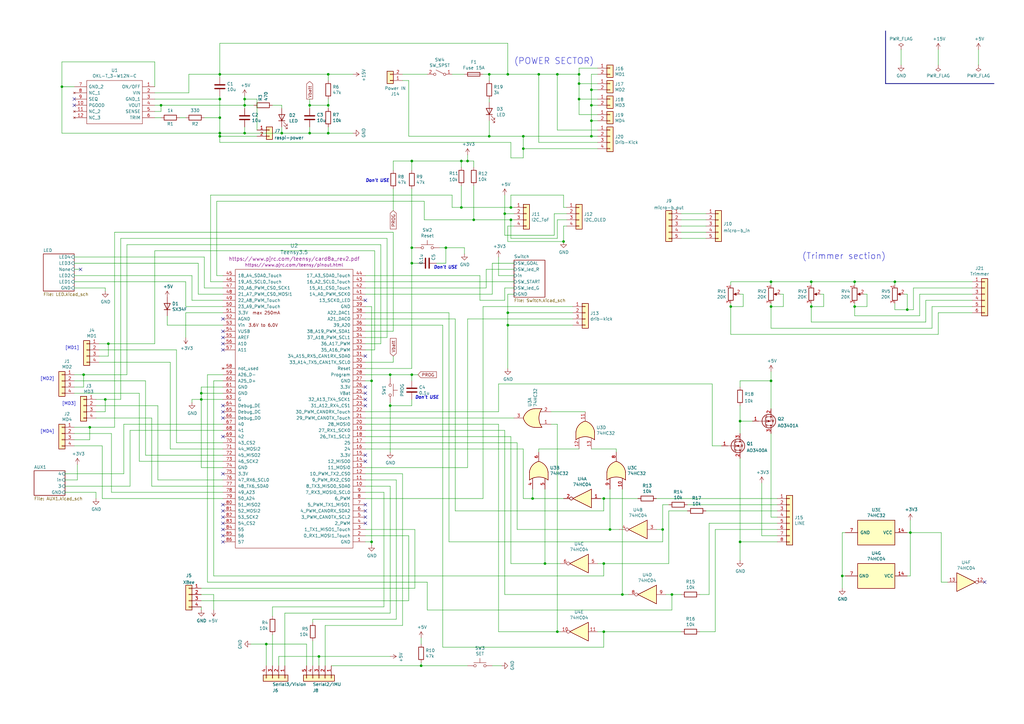
<source format=kicad_sch>
(kicad_sch (version 20211123) (generator eeschema)
  (paper "A3")
  (title_block (title "main board") (date "2022-01-02") (rev "V2.1") (company "Saeki.A"))
  (junction (at 90.17 40.64))
  (junction (at 332.74 125.73))
  (junction (at 43.18 163.83))
  (junction (at 228.6 259.08))
  (junction (at 271.78 217.17))
  (junction (at 372.11 127))
  (junction (at 209.55 90.17))
  (junction (at 90.17 55.88))
  (junction (at 214.63 60.96))
  (junction (at 250.19 217.17))
  (junction (at 209.55 85.09))
  (junction (at 242.57 36.83))
  (junction (at 172.72 273.05))
  (junction (at 168.91 107.95))
  (junction (at 82.55 161.29))
  (junction (at 82.55 163.83))
  (junction (at 242.57 49.53))
  (junction (at 168.91 66.04))
  (junction (at 66.04 43.18))
  (junction (at 275.59 243.84))
  (junction (at 247.65 259.08))
  (junction (at 247.65 231.14))
  (junction (at 134.62 54.61))
  (junction (at 299.72 125.73))
  (junction (at 100.33 40.64))
  (junction (at 134.62 43.18))
  (junction (at 134.62 30.48))
  (junction (at 152.4 222.25))
  (junction (at 208.28 30.48))
  (junction (at 191.77 66.04))
  (junction (at 303.53 222.25))
  (junction (at 228.6 30.48))
  (junction (at 208.28 133.35))
  (junction (at 332.74 115.57))
  (junction (at 214.63 55.88))
  (junction (at 207.01 87.63))
  (junction (at 115.57 54.61))
  (junction (at 208.28 128.27))
  (junction (at 100.33 54.61))
  (junction (at 255.27 243.84))
  (junction (at 218.44 204.47))
  (junction (at 345.44 236.22))
  (junction (at 373.38 218.44))
  (junction (at 303.53 172.72))
  (junction (at 220.98 30.48))
  (junction (at 316.23 115.57))
  (junction (at 130.81 269.24))
  (junction (at 247.65 204.47))
  (junction (at 231.14 99.06))
  (junction (at 168.91 153.67))
  (junction (at 223.52 231.14))
  (junction (at 242.57 43.18))
  (junction (at 316.23 156.21))
  (junction (at 160.02 153.67))
  (junction (at 34.29 153.67))
  (junction (at 237.49 34.29))
  (junction (at 109.22 264.16))
  (junction (at 44.45 140.97))
  (junction (at 168.91 101.6))
  (junction (at 100.33 43.18))
  (junction (at 367.03 115.57))
  (junction (at 189.23 66.04))
  (junction (at 90.17 30.48))
  (junction (at 350.52 115.57))
  (junction (at 189.23 85.09))
  (junction (at 194.31 90.17))
  (junction (at 152.4 156.21))
  (junction (at 237.49 40.64))
  (junction (at 242.57 55.88))
  (junction (at 127 54.61))
  (junction (at 160.02 166.37))
  (junction (at 90.17 54.61))
  (junction (at 316.23 125.73))
  (junction (at 200.66 55.88))
  (junction (at 237.49 30.48))
  (junction (at 25.4 35.56))
  (junction (at 350.52 125.73))
  (junction (at 200.66 30.48))
  (junction (at 90.17 48.26))
  (junction (at 36.83 175.26))
  (junction (at 182.88 101.6))
  (junction (at 127 43.18))
  (no_connect (at 30.48 40.64))
  (no_connect (at 149.86 158.75))
  (no_connect (at 91.44 212.09))
  (no_connect (at 91.44 166.37))
  (no_connect (at 91.44 140.97))
  (no_connect (at 91.44 209.55))
  (no_connect (at 403.86 238.76))
  (no_connect (at 149.86 207.01))
  (no_connect (at 149.86 163.83))
  (no_connect (at 91.44 171.45))
  (no_connect (at 91.44 214.63))
  (no_connect (at 149.86 123.19))
  (no_connect (at 91.44 222.25))
  (no_connect (at 149.86 166.37))
  (no_connect (at 91.44 207.01))
  (no_connect (at 91.44 138.43))
  (no_connect (at 91.44 130.81))
  (no_connect (at 149.86 161.29))
  (no_connect (at 149.86 146.05))
  (no_connect (at 33.02 110.49))
  (no_connect (at 149.86 186.69))
  (no_connect (at 91.44 217.17))
  (no_connect (at 149.86 189.23))
  (no_connect (at 91.44 168.91))
  (no_connect (at 91.44 135.89))
  (no_connect (at 149.86 212.09))
  (no_connect (at 149.86 214.63))
  (no_connect (at 91.44 179.07))
  (no_connect (at 91.44 194.31))
  (no_connect (at 91.44 143.51))
  (no_connect (at 91.44 219.71))
  (no_connect (at 30.48 43.18))
  (no_connect (at 149.86 209.55))
  (wire (pts (xy 254 217.17) (xy 250.19 217.17)))
  (wire (pts (xy 189.23 68.58) (xy 189.23 66.04)))
  (wire (pts (xy 25.4 35.56) (xy 25.4 54.61)))
  (wire (pts (xy 209.55 97.79) (xy 228.6 97.79)))
  (wire (pts (xy 149.86 115.57) (xy 210.82 115.57)))
  (wire (pts (xy 88.9 113.03) (xy 91.44 113.03)))
  (wire (pts (xy 30.48 115.57) (xy 76.2 115.57)))
  (wire (pts (xy 312.42 198.12) (xy 312.42 219.71)))
  (wire (pts (xy 398.78 118.11) (xy 374.65 118.11)))
  (wire (pts (xy 63.5 48.26) (xy 66.04 48.26)))
  (wire (pts (xy 43.18 163.83) (xy 49.53 163.83)))
  (wire (pts (xy 228.6 259.08) (xy 229.87 259.08)))
  (wire (pts (xy 105.41 40.64) (xy 100.33 40.64)))
  (wire (pts (xy 242.57 184.15) (xy 252.73 184.15)))
  (wire (pts (xy 242.57 43.18) (xy 242.57 49.53)))
  (wire (pts (xy 172.72 271.78) (xy 172.72 273.05)))
  (wire (pts (xy 185.42 80.01) (xy 185.42 85.09)))
  (wire (pts (xy 355.6 120.65) (xy 355.6 125.73)))
  (wire (pts (xy 274.32 209.55) (xy 281.94 209.55)))
  (wire (pts (xy 81.28 107.95) (xy 81.28 120.65)))
  (wire (pts (xy 227.33 87.63) (xy 232.41 87.63)))
  (wire (pts (xy 161.29 95.25) (xy 161.29 135.89)))
  (wire (pts (xy 189.23 66.04) (xy 191.77 66.04)))
  (wire (pts (xy 82.55 163.83) (xy 78.74 163.83)))
  (wire (pts (xy 220.98 184.15) (xy 220.98 185.42)))
  (wire (pts (xy 165.1 33.02) (xy 167.64 33.02)))
  (wire (pts (xy 274.32 209.55) (xy 274.32 231.14)))
  (wire (pts (xy 207.01 118.11) (xy 210.82 118.11)))
  (wire (pts (xy 109.22 273.05) (xy 109.22 264.16)))
  (wire (pts (xy 134.62 30.48) (xy 144.78 30.48)))
  (wire (pts (xy 209.55 231.14) (xy 223.52 231.14)))
  (wire (pts (xy 149.86 181.61) (xy 212.09 181.61)))
  (wire (pts (xy 170.18 217.17) (xy 170.18 241.3)))
  (wire (pts (xy 40.64 140.97) (xy 44.45 140.97)))
  (wire (pts (xy 372.11 218.44) (xy 373.38 218.44)))
  (wire (pts (xy 53.34 176.53) (xy 53.34 199.39)))
  (wire (pts (xy 149.86 179.07) (xy 209.55 179.07)))
  (wire (pts (xy 321.31 120.65) (xy 321.31 125.73)))
  (wire (pts (xy 57.15 189.23) (xy 91.44 189.23)))
  (wire (pts (xy 200.66 55.88) (xy 214.63 55.88)))
  (wire (pts (xy 208.28 128.27) (xy 234.95 128.27)))
  (wire (pts (xy 78.74 163.83) (xy 78.74 165.1)))
  (wire (pts (xy 87.63 243.84) (xy 87.63 250.19)))
  (wire (pts (xy 160.02 251.46) (xy 160.02 199.39)))
  (wire (pts (xy 292.1 182.88) (xy 292.1 157.48)))
  (wire (pts (xy 196.85 113.03) (xy 196.85 123.19)))
  (wire (pts (xy 43.18 163.83) (xy 43.18 168.91)))
  (wire (pts (xy 198.12 204.47) (xy 198.12 125.73)))
  (wire (pts (xy 30.48 156.21) (xy 59.69 156.21)))
  (wire (pts (xy 172.72 273.05) (xy 191.77 273.05)))
  (wire (pts (xy 182.88 107.95) (xy 182.88 101.6)))
  (wire (pts (xy 207.01 123.19) (xy 207.01 118.11)))
  (wire (pts (xy 377.19 120.65) (xy 377.19 129.54)))
  (wire (pts (xy 149.86 168.91) (xy 204.47 168.91)))
  (wire (pts (xy 168.91 166.37) (xy 160.02 166.37)))
  (wire (pts (xy 212.09 181.61) (xy 212.09 217.17)))
  (wire (pts (xy 165.1 256.54) (xy 165.1 194.31)))
  (wire (pts (xy 160.02 153.67) (xy 168.91 153.67)))
  (wire (pts (xy 184.15 222.25) (xy 271.78 222.25)))
  (wire (pts (xy 346.71 236.22) (xy 345.44 236.22)))
  (wire (pts (xy 382.27 125.73) (xy 382.27 134.62)))
  (wire (pts (xy 86.36 115.57) (xy 91.44 115.57)))
  (wire (pts (xy 304.8 125.73) (xy 299.72 125.73)))
  (wire (pts (xy 82.55 191.77) (xy 91.44 191.77)))
  (wire (pts (xy 207.01 96.52) (xy 227.33 96.52)))
  (wire (pts (xy 350.52 129.54) (xy 350.52 125.73)))
  (wire (pts (xy 91.44 128.27) (xy 76.2 128.27)))
  (wire (pts (xy 237.49 34.29) (xy 237.49 40.64)))
  (wire (pts (xy 228.6 30.48) (xy 237.49 30.48)))
  (wire (pts (xy 168.91 153.67) (xy 168.91 156.21)))
  (wire (pts (xy 49.53 97.79) (xy 158.75 97.79)))
  (wire (pts (xy 26.67 196.85) (xy 31.75 196.85)))
  (wire (pts (xy 152.4 156.21) (xy 152.4 125.73)))
  (wire (pts (xy 220.98 30.48) (xy 228.6 30.48)))
  (wire (pts (xy 200.66 40.64) (xy 200.66 41.91)))
  (wire (pts (xy 149.86 118.11) (xy 199.39 118.11)))
  (wire (pts (xy 30.48 107.95) (xy 81.28 107.95)))
  (wire (pts (xy 345.44 236.22) (xy 345.44 241.3)))
  (wire (pts (xy 204.47 113.03) (xy 204.47 105.41)))
  (wire (pts (xy 182.88 101.6) (xy 190.5 101.6)))
  (wire (pts (xy 386.08 238.76) (xy 388.62 238.76)))
  (wire (pts (xy 250.19 200.66) (xy 250.19 217.17)))
  (wire (pts (xy 204.47 157.48) (xy 292.1 157.48)))
  (wire (pts (xy 167.64 33.02) (xy 167.64 55.88)))
  (wire (pts (xy 210.82 120.65) (xy 208.28 120.65)))
  (wire (pts (xy 242.57 55.88) (xy 245.11 55.88)))
  (wire (pts (xy 134.62 52.07) (xy 134.62 54.61)))
  (wire (pts (xy 90.17 48.26) (xy 90.17 54.61)))
  (wire (pts (xy 208.28 128.27) (xy 208.28 133.35)))
  (wire (pts (xy 134.62 30.48) (xy 134.62 33.02)))
  (wire (pts (xy 189.23 85.09) (xy 209.55 85.09)))
  (wire (pts (xy 90.17 54.61) (xy 100.33 54.61)))
  (wire (pts (xy 279.4 95.25) (xy 289.56 95.25)))
  (wire (pts (xy 214.63 184.15) (xy 214.63 204.47)))
  (wire (pts (xy 186.69 209.55) (xy 247.65 209.55)))
  (wire (pts (xy 242.57 49.53) (xy 245.11 49.53)))
  (wire (pts (xy 200.66 30.48) (xy 208.28 30.48)))
  (wire (pts (xy 40.64 146.05) (xy 44.45 146.05)))
  (wire (pts (xy 68.58 129.54) (xy 68.58 133.35)))
  (wire (pts (xy 63.5 102.87) (xy 63.5 140.97)))
  (wire (pts (xy 30.48 113.03) (xy 78.74 113.03)))
  (wire (pts (xy 191.77 63.5) (xy 191.77 66.04)))
  (wire (pts (xy 116.84 273.05) (xy 116.84 251.46)))
  (wire (pts (xy 173.99 90.17) (xy 194.31 90.17)))
  (wire (pts (xy 214.63 60.96) (xy 245.11 60.96)))
  (wire (pts (xy 30.48 175.26) (xy 36.83 175.26)))
  (wire (pts (xy 247.65 265.43) (xy 247.65 259.08)))
  (wire (pts (xy 295.91 182.88) (xy 292.1 182.88)))
  (wire (pts (xy 127 44.45) (xy 127 43.18)))
  (wire (pts (xy 184.15 128.27) (xy 184.15 222.25)))
  (wire (pts (xy 30.48 180.34) (xy 36.83 180.34)))
  (wire (pts (xy 87.63 236.22) (xy 247.65 236.22)))
  (wire (pts (xy 209.55 179.07) (xy 209.55 231.14)))
  (wire (pts (xy 44.45 140.97) (xy 44.45 146.05)))
  (wire (pts (xy 134.62 54.61) (xy 144.78 54.61)))
  (wire (pts (xy 91.44 161.29) (xy 82.55 161.29)))
  (wire (pts (xy 204.47 168.91) (xy 204.47 157.48)))
  (wire (pts (xy 111.76 43.18) (xy 115.57 43.18)))
  (wire (pts (xy 30.48 158.75) (xy 34.29 158.75)))
  (wire (pts (xy 382.27 134.62) (xy 316.23 134.62)))
  (wire (pts (xy 209.55 85.09) (xy 210.82 85.09)))
  (wire (pts (xy 316.23 177.8) (xy 316.23 212.09)))
  (wire (pts (xy 72.39 143.51) (xy 72.39 181.61)))
  (wire (pts (xy 209.55 58.42) (xy 209.55 64.77)))
  (wire (pts (xy 367.03 115.57) (xy 367.03 116.84)))
  (wire (pts (xy 332.74 115.57) (xy 332.74 116.84)))
  (wire (pts (xy 68.58 133.35) (xy 91.44 133.35)))
  (wire (pts (xy 299.72 125.73) (xy 299.72 124.46)))
  (wire (pts (xy 90.17 39.37) (xy 90.17 40.64)))
  (wire (pts (xy 204.47 259.08) (xy 228.6 259.08)))
  (wire (pts (xy 90.17 55.88) (xy 90.17 58.42)))
  (wire (pts (xy 372.11 120.65) (xy 370.84 120.65)))
  (wire (pts (xy 194.31 76.2) (xy 194.31 90.17)))
  (wire (pts (xy 345.44 218.44) (xy 345.44 236.22)))
  (wire (pts (xy 73.66 48.26) (xy 76.2 48.26)))
  (wire (pts (xy 247.65 204.47) (xy 261.62 204.47)))
  (wire (pts (xy 78.74 123.19) (xy 91.44 123.19)))
  (wire (pts (xy 111.76 248.92) (xy 157.48 248.92)))
  (wire (pts (xy 105.41 53.34) (xy 105.41 40.64)))
  (wire (pts (xy 316.23 115.57) (xy 332.74 115.57)))
  (wire (pts (xy 269.24 204.47) (xy 318.77 204.47)))
  (wire (pts (xy 299.72 137.16) (xy 384.81 137.16)))
  (wire (pts (xy 275.59 250.19) (xy 275.59 243.84)))
  (wire (pts (xy 245.11 231.14) (xy 247.65 231.14)))
  (wire (pts (xy 30.48 35.56) (xy 25.4 35.56)))
  (wire (pts (xy 293.37 217.17) (xy 293.37 259.08)))
  (wire (pts (xy 168.91 101.6) (xy 168.91 107.95)))
  (wire (pts (xy 367.03 115.57) (xy 398.78 115.57)))
  (wire (pts (xy 209.55 90.17) (xy 209.55 97.79)))
  (wire (pts (xy 156.21 140.97) (xy 149.86 140.97)))
  (wire (pts (xy 245.11 30.48) (xy 242.57 30.48)))
  (wire (pts (xy 223.52 200.66) (xy 223.52 231.14)))
  (wire (pts (xy 30.48 161.29) (xy 57.15 161.29)))
  (wire (pts (xy 25.4 54.61) (xy 90.17 54.61)))
  (wire (pts (xy 255.27 200.66) (xy 255.27 243.84)))
  (wire (pts (xy 279.4 90.17) (xy 289.56 90.17)))
  (wire (pts (xy 81.28 120.65) (xy 91.44 120.65)))
  (wire (pts (xy 167.64 55.88) (xy 200.66 55.88)))
  (wire (pts (xy 201.93 273.05) (xy 205.74 273.05)))
  (wire (pts (xy 168.91 163.83) (xy 168.91 166.37)))
  (wire (pts (xy 50.8 173.99) (xy 50.8 194.31)))
  (wire (pts (xy 218.44 204.47) (xy 214.63 204.47)))
  (wire (pts (xy 175.26 238.76) (xy 175.26 250.19)))
  (wire (pts (xy 91.44 158.75) (xy 82.55 158.75)))
  (wire (pts (xy 332.74 132.08) (xy 332.74 125.73)))
  (wire (pts (xy 69.85 184.15) (xy 91.44 184.15)))
  (wire (pts (xy 52.07 100.33) (xy 156.21 100.33)))
  (wire (pts (xy 100.33 43.18) (xy 100.33 44.45)))
  (wire (pts (xy 194.31 66.04) (xy 194.31 68.58)))
  (wire (pts (xy 127 54.61) (xy 134.62 54.61)))
  (wire (pts (xy 168.91 69.85) (xy 168.91 66.04)))
  (wire (pts (xy 208.28 30.48) (xy 220.98 30.48)))
  (wire (pts (xy 318.77 214.63) (xy 290.83 214.63)))
  (wire (pts (xy 198.12 30.48) (xy 200.66 30.48)))
  (wire (pts (xy 39.37 163.83) (xy 43.18 163.83)))
  (wire (pts (xy 245.11 40.64) (xy 237.49 40.64)))
  (wire (pts (xy 41.91 204.47) (xy 91.44 204.47)))
  (wire (pts (xy 209.55 80.01) (xy 231.14 80.01)))
  (wire (pts (xy 160.02 153.67) (xy 160.02 154.94)))
  (wire (pts (xy 386.08 218.44) (xy 386.08 238.76)))
  (wire (pts (xy 181.61 133.35) (xy 181.61 265.43)))
  (wire (pts (xy 162.56 254) (xy 162.56 196.85)))
  (wire (pts (xy 88.9 82.55) (xy 88.9 113.03)))
  (wire (pts (xy 30.48 118.11) (xy 43.18 118.11)))
  (wire (pts (xy 237.49 46.99) (xy 237.49 40.64)))
  (wire (pts (xy 303.53 158.75) (xy 303.53 156.21)))
  (wire (pts (xy 90.17 30.48) (xy 134.62 30.48)))
  (wire (pts (xy 220.98 58.42) (xy 245.11 58.42)))
  (bus (pts (xy 363.22 34.29) (xy 407.67 34.29)))
  (wire (pts (xy 59.69 156.21) (xy 59.69 186.69)))
  (wire (pts (xy 86.36 80.01) (xy 185.42 80.01)))
  (wire (pts (xy 91.44 153.67) (xy 85.09 153.67)))
  (wire (pts (xy 350.52 125.73) (xy 350.52 124.46)))
  (wire (pts (xy 43.18 168.91) (xy 39.37 168.91)))
  (wire (pts (xy 384.81 20.32) (xy 384.81 26.67)))
  (wire (pts (xy 76.2 125.73) (xy 91.44 125.73)))
  (wire (pts (xy 82.55 246.38) (xy 167.64 246.38)))
  (wire (pts (xy 234.95 125.73) (xy 198.12 125.73)))
  (wire (pts (xy 231.14 85.09) (xy 232.41 85.09)))
  (wire (pts (xy 153.67 143.51) (xy 149.86 143.51)))
  (wire (pts (xy 290.83 243.84) (xy 287.02 243.84)))
  (wire (pts (xy 355.6 120.65) (xy 354.33 120.65)))
  (wire (pts (xy 318.77 212.09) (xy 316.23 212.09)))
  (wire (pts (xy 91.44 173.99) (xy 50.8 173.99)))
  (wire (pts (xy 90.17 55.88) (xy 105.41 55.88)))
  (wire (pts (xy 90.17 58.42) (xy 209.55 58.42)))
  (wire (pts (xy 134.62 43.18) (xy 134.62 44.45)))
  (wire (pts (xy 115.57 43.18) (xy 115.57 44.45)))
  (wire (pts (xy 160.02 165.1) (xy 160.02 166.37)))
  (wire (pts (xy 30.48 110.49) (xy 33.02 110.49)))
  (wire (pts (xy 207.01 243.84) (xy 255.27 243.84)))
  (wire (pts (xy 50.8 194.31) (xy 26.67 194.31)))
  (wire (pts (xy 63.5 40.64) (xy 90.17 40.64)))
  (wire (pts (xy 152.4 125.73) (xy 149.86 125.73)))
  (wire (pts (xy 39.37 166.37) (xy 64.77 166.37)))
  (wire (pts (xy 332.74 115.57) (xy 350.52 115.57)))
  (wire (pts (xy 384.81 128.27) (xy 384.81 137.16)))
  (wire (pts (xy 130.81 269.24) (xy 130.81 273.05)))
  (wire (pts (xy 168.91 66.04) (xy 189.23 66.04)))
  (wire (pts (xy 87.63 156.21) (xy 87.63 236.22)))
  (wire (pts (xy 149.86 217.17) (xy 170.18 217.17)))
  (wire (pts (xy 127 52.07) (xy 127 54.61)))
  (wire (pts (xy 91.44 156.21) (xy 87.63 156.21)))
  (wire (pts (xy 30.48 153.67) (xy 34.29 153.67)))
  (wire (pts (xy 346.71 218.44) (xy 345.44 218.44)))
  (wire (pts (xy 173.99 90.17) (xy 173.99 82.55)))
  (wire (pts (xy 379.73 132.08) (xy 332.74 132.08)))
  (wire (pts (xy 199.39 110.49) (xy 210.82 110.49)))
  (wire (pts (xy 100.33 54.61) (xy 115.57 54.61)))
  (wire (pts (xy 185.42 85.09) (xy 189.23 85.09)))
  (wire (pts (xy 237.49 34.29) (xy 245.11 34.29)))
  (wire (pts (xy 168.91 153.67) (xy 171.45 153.67)))
  (wire (pts (xy 90.17 17.78) (xy 90.17 30.48)))
  (wire (pts (xy 196.85 123.19) (xy 207.01 123.19)))
  (wire (pts (xy 49.53 163.83) (xy 49.53 97.79)))
  (wire (pts (xy 149.86 204.47) (xy 198.12 204.47)))
  (wire (pts (xy 337.82 120.65) (xy 337.82 125.73)))
  (wire (pts (xy 173.99 82.55) (xy 88.9 82.55)))
  (wire (pts (xy 30.48 182.88) (xy 41.91 182.88)))
  (wire (pts (xy 76.2 115.57) (xy 76.2 125.73)))
  (wire (pts (xy 149.86 173.99) (xy 204.47 173.99)))
  (wire (pts (xy 86.36 80.01) (xy 86.36 115.57)))
  (wire (pts (xy 149.86 120.65) (xy 201.93 120.65)))
  (wire (pts (xy 250.19 217.17) (xy 212.09 217.17)))
  (wire (pts (xy 350.52 115.57) (xy 350.52 116.84)))
  (wire (pts (xy 165.1 194.31) (xy 149.86 194.31)))
  (wire (pts (xy 247.65 231.14) (xy 274.32 231.14)))
  (wire (pts (xy 161.29 69.85) (xy 161.29 66.04)))
  (wire (pts (xy 398.78 125.73) (xy 382.27 125.73)))
  (wire (pts (xy 204.47 173.99) (xy 204.47 259.08)))
  (wire (pts (xy 210.82 92.71) (xy 208.28 92.71)))
  (wire (pts (xy 231.14 99.06) (xy 231.14 92.71)))
  (wire (pts (xy 218.44 200.66) (xy 218.44 204.47)))
  (wire (pts (xy 100.33 39.37) (xy 100.33 40.64)))
  (wire (pts (xy 52.07 153.67) (xy 52.07 100.33)))
  (wire (pts (xy 299.72 115.57) (xy 316.23 115.57)))
  (wire (pts (xy 26.67 201.93) (xy 39.37 201.93)))
  (wire (pts (xy 149.86 156.21) (xy 152.4 156.21)))
  (wire (pts (xy 398.78 128.27) (xy 384.81 128.27)))
  (wire (pts (xy 316.23 152.4) (xy 316.23 156.21)))
  (wire (pts (xy 82.55 158.75) (xy 82.55 161.29)))
  (wire (pts (xy 279.4 259.08) (xy 247.65 259.08)))
  (wire (pts (xy 209.55 90.17) (xy 210.82 90.17)))
  (wire (pts (xy 69.85 148.59) (xy 69.85 184.15)))
  (wire (pts (xy 316.23 125.73) (xy 316.23 124.46)))
  (wire (pts (xy 115.57 52.07) (xy 115.57 54.61)))
  (wire (pts (xy 77.47 30.48) (xy 90.17 30.48)))
  (wire (pts (xy 149.86 148.59) (xy 161.29 148.59)))
  (wire (pts (xy 45.72 201.93) (xy 91.44 201.93)))
  (wire (pts (xy 373.38 218.44) (xy 386.08 218.44)))
  (wire (pts (xy 269.24 217.17) (xy 271.78 217.17)))
  (wire (pts (xy 318.77 217.17) (xy 293.37 217.17)))
  (wire (pts (xy 226.06 168.91) (xy 240.03 168.91)))
  (wire (pts (xy 66.04 43.18) (xy 100.33 43.18)))
  (wire (pts (xy 271.78 217.17) (xy 271.78 207.01)))
  (wire (pts (xy 31.75 196.85) (xy 31.75 190.5)))
  (wire (pts (xy 228.6 53.34) (xy 245.11 53.34)))
  (wire (pts (xy 128.27 273.05) (xy 128.27 262.89)))
  (wire (pts (xy 63.5 45.72) (xy 66.04 45.72)))
  (wire (pts (xy 337.82 120.65) (xy 336.55 120.65)))
  (wire (pts (xy 316.23 115.57) (xy 316.23 116.84)))
  (wire (pts (xy 281.94 207.01) (xy 318.77 207.01)))
  (wire (pts (xy 168.91 107.95) (xy 168.91 151.13)))
  (wire (pts (xy 246.38 204.47) (xy 247.65 204.47)))
  (wire (pts (xy 372.11 127) (xy 367.03 127)))
  (wire (pts (xy 63.5 43.18) (xy 66.04 43.18)))
  (wire (pts (xy 167.64 219.71) (xy 149.86 219.71)))
  (wire (pts (xy 227.33 87.63) (xy 227.33 96.52)))
  (wire (pts (xy 374.65 118.11) (xy 374.65 127)))
  (wire (pts (xy 279.4 243.84) (xy 275.59 243.84)))
  (wire (pts (xy 83.82 105.41) (xy 83.82 118.11)))
  (wire (pts (xy 168.91 101.6) (xy 170.18 101.6)))
  (wire (pts (xy 293.37 259.08) (xy 287.02 259.08)))
  (wire (pts (xy 201.93 120.65) (xy 201.93 107.95)))
  (wire (pts (xy 149.86 184.15) (xy 214.63 184.15)))
  (wire (pts (xy 36.83 175.26) (xy 46.99 175.26)))
  (wire (pts (xy 158.75 138.43) (xy 149.86 138.43)))
  (wire (pts (xy 208.28 30.48) (xy 208.28 17.78)))
  (wire (pts (xy 62.23 171.45) (xy 62.23 199.39)))
  (wire (pts (xy 46.99 175.26) (xy 46.99 95.25)))
  (wire (pts (xy 149.86 133.35) (xy 181.61 133.35)))
  (wire (pts (xy 214.63 55.88) (xy 242.57 55.88)))
  (wire (pts (xy 279.4 87.63) (xy 289.56 87.63)))
  (wire (pts (xy 304.8 120.65) (xy 304.8 125.73)))
  (wire (pts (xy 207.01 80.01) (xy 207.01 87.63)))
  (wire (pts (xy 161.29 148.59) (xy 161.29 146.05)))
  (wire (pts (xy 304.8 120.65) (xy 303.53 120.65)))
  (wire (pts (xy 242.57 49.53) (xy 242.57 55.88)))
  (wire (pts (xy 316.23 156.21) (xy 316.23 167.64)))
  (wire (pts (xy 231.14 204.47) (xy 218.44 204.47)))
  (wire (pts (xy 152.4 222.25) (xy 152.4 223.52)))
  (wire (pts (xy 40.64 143.51) (xy 72.39 143.51)))
  (wire (pts (xy 398.78 123.19) (xy 379.73 123.19)))
  (wire (pts (xy 85.09 238.76) (xy 175.26 238.76)))
  (wire (pts (xy 303.53 187.96) (xy 303.53 222.25)))
  (wire (pts (xy 171.45 107.95) (xy 168.91 107.95)))
  (wire (pts (xy 149.86 128.27) (xy 184.15 128.27)))
  (wire (pts (xy 91.44 163.83) (xy 82.55 163.83)))
  (wire (pts (xy 34.29 158.75) (xy 34.29 153.67)))
  (wire (pts (xy 374.65 127) (xy 372.11 127)))
  (wire (pts (xy 158.75 97.79) (xy 158.75 138.43)))
  (wire (pts (xy 115.57 54.61) (xy 127 54.61)))
  (wire (pts (xy 398.78 120.65) (xy 377.19 120.65)))
  (wire (pts (xy 303.53 222.25) (xy 318.77 222.25)))
  (wire (pts (xy 279.4 92.71) (xy 289.56 92.71)))
  (wire (pts (xy 401.32 20.32) (xy 401.32 26.67)))
  (wire (pts (xy 208.28 99.06) (xy 231.14 99.06)))
  (wire (pts (xy 191.77 130.81) (xy 191.77 191.77)))
  (wire (pts (xy 168.91 66.04) (xy 161.29 66.04)))
  (wire (pts (xy 156.21 100.33) (xy 156.21 140.97)))
  (wire (pts (xy 82.55 250.19) (xy 82.55 248.92)))
  (wire (pts (xy 128.27 255.27) (xy 128.27 254)))
  (wire (pts (xy 30.48 177.8) (xy 45.72 177.8)))
  (wire (pts (xy 214.63 64.77) (xy 214.63 60.96)))
  (wire (pts (xy 53.34 199.39) (xy 26.67 199.39)))
  (wire (pts (xy 30.48 105.41) (xy 83.82 105.41)))
  (wire (pts (xy 76.2 128.27) (xy 76.2 138.43)))
  (wire (pts (xy 64.77 166.37) (xy 64.77 196.85)))
  (wire (pts (xy 153.67 102.87) (xy 153.67 143.51)))
  (wire (pts (xy 134.62 40.64) (xy 134.62 43.18)))
  (wire (pts (xy 229.87 231.14) (xy 223.52 231.14)))
  (wire (pts (xy 303.53 222.25) (xy 303.53 229.87)))
  (wire (pts (xy 303.53 156.21) (xy 316.23 156.21)))
  (wire (pts (xy 373.38 218.44) (xy 373.38 236.22)))
  (wire (pts (xy 82.55 163.83) (xy 82.55 191.77)))
  (wire (pts (xy 303.53 172.72) (xy 308.61 172.72)))
  (wire (pts (xy 355.6 125.73) (xy 350.52 125.73)))
  (wire (pts (xy 64.77 196.85) (xy 91.44 196.85)))
  (wire (pts (xy 208.28 120.65) (xy 208.28 128.27)))
  (wire (pts (xy 100.33 40.64) (xy 100.33 43.18)))
  (wire (pts (xy 200.66 30.48) (xy 200.66 33.02)))
  (wire (pts (xy 25.4 25.4) (xy 25.4 35.56)))
  (wire (pts (xy 255.27 243.84) (xy 257.81 243.84)))
  (wire (pts (xy 161.29 77.47) (xy 161.29 86.36)))
  (wire (pts (xy 162.56 196.85) (xy 149.86 196.85)))
  (wire (pts (xy 209.55 64.77) (xy 214.63 64.77)))
  (wire (pts (xy 220.98 58.42) (xy 220.98 30.48)))
  (wire (pts (xy 152.4 222.25) (xy 152.4 156.21)))
  (wire (pts (xy 63.5 102.87) (xy 153.67 102.87)))
  (wire (pts (xy 245.11 27.94) (xy 237.49 27.94)))
  (wire (pts (xy 208.28 92.71) (xy 208.28 99.06)))
  (wire (pts (xy 46.99 95.25) (xy 161.29 95.25)))
  (wire (pts (xy 179.07 107.95) (xy 182.88 107.95)))
  (wire (pts (xy 228.6 173.99) (xy 228.6 259.08)))
  (wire (pts (xy 39.37 201.93) (xy 39.37 204.47)))
  (wire (pts (xy 45.72 177.8) (xy 45.72 201.93)))
  (wire (pts (xy 279.4 97.79) (xy 289.56 97.79)))
  (wire (pts (xy 379.73 123.19) (xy 379.73 132.08)))
  (wire (pts (xy 100.33 52.07) (xy 100.33 54.61)))
  (wire (pts (xy 165.1 30.48) (xy 175.26 30.48)))
  (wire (pts (xy 172.72 261.62) (xy 172.72 264.16)))
  (wire (pts (xy 303.53 166.37) (xy 303.53 172.72)))
  (bus (pts (xy 363.22 12.7) (xy 363.22 34.29)))
  (wire (pts (xy 90.17 54.61) (xy 90.17 55.88)))
  (wire (pts (xy 209.55 85.09) (xy 209.55 80.01)))
  (wire (pts (xy 85.09 153.67) (xy 85.09 238.76)))
  (wire (pts (xy 149.86 113.03) (xy 196.85 113.03)))
  (wire (pts (xy 201.93 107.95) (xy 210.82 107.95)))
  (wire (pts (xy 157.48 201.93) (xy 149.86 201.93)))
  (wire (pts (xy 34.29 153.67) (xy 52.07 153.67)))
  (wire (pts (xy 127 43.18) (xy 134.62 43.18)))
  (wire (pts (xy 66.04 45.72) (xy 66.04 43.18)))
  (wire (pts (xy 237.49 30.48) (xy 237.49 34.29)))
  (wire (pts (xy 125.73 273.05) (xy 125.73 264.16)))
  (wire (pts (xy 242.57 36.83) (xy 245.11 36.83)))
  (wire (pts (xy 130.81 269.24) (xy 114.3 269.24)))
  (wire (pts (xy 39.37 171.45) (xy 62.23 171.45)))
  (wire (pts (xy 62.23 199.39) (xy 91.44 199.39)))
  (wire (pts (xy 207.01 176.53) (xy 207.01 243.84)))
  (wire (pts (xy 114.3 269.24) (xy 114.3 273.05)))
  (wire (pts (xy 109.22 264.16) (xy 102.87 264.16)))
  (wire (pts (xy 175.26 250.19) (xy 275.59 250.19)))
  (wire (pts (xy 160.02 199.39) (xy 149.86 199.39)))
  (wire (pts (xy 40.64 148.59) (xy 69.85 148.59)))
  (wire (pts (xy 210.82 113.03) (xy 204.47 113.03)))
  (wire (pts (xy 125.73 264.16) (xy 109.22 264.16)))
  (wire (pts (xy 289.56 209.55) (xy 318.77 209.55)))
  (wire (pts (xy 135.89 273.05) (xy 172.72 273.05)))
  (wire (pts (xy 57.15 161.29) (xy 57.15 189.23)))
  (wire (pts (xy 252.73 184.15) (xy 252.73 185.42)))
  (wire (pts (xy 226.06 173.99) (xy 228.6 173.99)))
  (wire (pts (xy 189.23 76.2) (xy 189.23 85.09)))
  (wire (pts (xy 82.55 161.29) (xy 82.55 163.83)))
  (wire (pts (xy 185.42 30.48) (xy 190.5 30.48)))
  (wire (pts (xy 83.82 118.11) (xy 91.44 118.11)))
  (wire (pts (xy 247.65 259.08) (xy 245.11 259.08)))
  (wire (pts (xy 111.76 260.35) (xy 111.76 273.05)))
  (wire (pts (xy 116.84 251.46) (xy 160.02 251.46)))
  (wire (pts (xy 180.34 101.6) (xy 182.88 101.6)))
  (wire (pts (xy 271.78 207.01) (xy 274.32 207.01)))
  (wire (pts (xy 237.49 27.94) (xy 237.49 30.48)))
  (wire (pts (xy 43.18 118.11) (xy 43.18 119.38)))
  (wire (pts (xy 275.59 243.84) (xy 273.05 243.84)))
  (wire (pts (xy 377.19 129.54) (xy 350.52 129.54)))
  (wire (pts (xy 111.76 248.92) (xy 111.76 252.73)))
  (wire (pts (xy 290.83 214.63) (xy 290.83 243.84)))
  (wire (pts (xy 369.57 20.32) (xy 369.57 26.67)))
  (wire (pts (xy 207.01 87.63) (xy 207.01 96.52)))
  (wire (pts (xy 59.69 186.69) (xy 91.44 186.69)))
  (wire (pts (xy 82.55 243.84) (xy 87.63 243.84)))
  (wire (pts (xy 299.72 137.16) (xy 299.72 125.73)))
  (wire (pts (xy 149.86 171.45) (xy 210.82 171.45)))
  (wire (pts (xy 228.6 30.48) (xy 228.6 53.34)))
  (wire (pts (xy 242.57 30.48) (xy 242.57 36.83)))
  (wire (pts (xy 186.69 130.81) (xy 186.69 209.55)))
  (wire (pts (xy 321.31 120.65) (xy 320.04 120.65)))
  (wire (pts (xy 228.6 90.17) (xy 232.41 90.17)))
  (wire (pts (xy 83.82 48.26) (xy 90.17 48.26)))
  (wire (pts (xy 194.31 90.17) (xy 209.55 90.17)))
  (wire (pts (xy 299.72 115.57) (xy 299.72 116.84)))
  (wire (pts (xy 332.74 125.73) (xy 332.74 124.46)))
  (wire (pts (xy 149.86 153.67) (xy 160.02 153.67)))
  (wire (pts (xy 63.5 35.56) (xy 63.5 25.4)))
  (wire (pts (xy 63.5 25.4) (xy 25.4 25.4)))
  (wire (pts (xy 127 40.64) (xy 127 43.18)))
  (wire (pts (xy 72.39 181.61) (xy 91.44 181.61)))
  (wire (pts (xy 200.66 49.53) (xy 200.66 55.88)))
  (wire (pts (xy 130.81 269.24) (xy 160.02 269.24)))
  (wire (pts (xy 191.77 66.04) (xy 194.31 66.04)))
  (wire (pts (xy 373.38 218.44) (xy 373.38 213.36)))
  (wire (pts (xy 128.27 254) (xy 162.56 254)))
  (wire (pts (xy 190.5 101.6) (xy 190.5 104.14)))
  (wire (pts (xy 247.65 209.55) (xy 247.65 204.47)))
  (wire (pts (xy 207.01 87.63) (xy 210.82 87.63)))
  (wire (pts (xy 372.11 120.65) (xy 372.11 127)))
  (wire (pts (xy 208.28 133.35) (xy 208.28 151.13)))
  (wire (pts (xy 350.52 115.57) (xy 367.03 115.57)))
  (wire (pts (xy 231.14 80.01) (xy 231.14 85.09)))
  (wire (pts (xy 208.28 133.35) (xy 234.95 133.35)))
  (wire (pts (xy 160.02 166.37) (xy 160.02 185.42)))
  (wire (pts (xy 373.38 236.22) (xy 372.11 236.22)))
  (wire (pts (xy 63.5 38.1) (xy 77.47 38.1)))
  (wire (pts (xy 303.53 172.72) (xy 303.53 177.8)))
  (wire (pts (xy 149.86 176.53) (xy 207.01 176.53)))
  (wire (pts (xy 337.82 125.73) (xy 332.74 125.73)))
  (wire (pts (xy 149.86 222.25) (xy 152.4 222.25)))
  (wire (pts (xy 36.83 180.34) (xy 36.83 175.26)))
  (wire (pts (xy 208.28 17.78) (xy 90.17 17.78)))
  (wire (pts (xy 167.64 219.71) (xy 167.64 246.38)))
  (wire (pts (xy 133.35 256.54) (xy 165.1 256.54)))
  (wire (pts (xy 312.42 219.71) (xy 318.77 219.71)))
  (wire (pts (xy 214.63 60.96) (xy 214.63 55.88)))
  (wire (pts (xy 168.91 151.13) (xy 149.86 151.13)))
  (wire (pts (xy 228.6 90.17) (xy 228.6 97.79)))
  (wire (pts (xy 41.91 182.88) (xy 41.91 204.47)))
  (wire (pts (xy 133.35 256.54) (xy 133.35 273.05)))
  (wire (pts (xy 82.55 241.3) (xy 170.18 241.3)))
  (wire (pts (xy 242.57 36.83) (xy 242.57 43.18)))
  (wire (pts (xy 91.44 176.53) (xy 53.34 176.53)))
  (wire (pts (xy 242.57 43.18) (xy 245.11 43.18)))
  (wire (pts (xy 161.29 135.89) (xy 149.86 135.89)))
  (wire (pts (xy 237.49 184.15) (xy 220.98 184.15)))
  (wire (pts (xy 231.14 92.71) (xy 232.41 92.71)))
  (wire (pts (xy 90.17 40.64) (xy 90.17 48.26)))
  (wire (pts (xy 316.23 134.62) (xy 316.23 125.73)))
  (wire (pts (xy 247.65 236.22) (xy 247.65 231.14)))
  (wire (pts (xy 100.33 43.18) (xy 104.14 43.18)))
  (wire (pts (xy 157.48 248.92) (xy 157.48 201.93)))
  (wire (pts (xy 63.5 140.97) (xy 44.45 140.97)))
  (wire (pts (xy 199.39 118.11) (xy 199.39 110.49)))
  (wire (pts (xy 321.31 125.73) (xy 316.23 125.73)))
  (wire (pts (xy 245.11 46.99) (xy 237.49 46.99)))
  (wire (pts (xy 271.78 222.25) (xy 271.78 217.17)))
  (wire (pts (xy 234.95 130.81) (xy 191.77 130.81)))
  (wire (pts (xy 149.86 130.81) (xy 186.69 130.81)))
  (wire (pts (xy 90.17 31.75) (xy 90.17 30.48)))
  (wire (pts (xy 77.47 30.48) (xy 77.47 38.1)))
  (wire (pts (xy 181.61 265.43) (xy 247.65 265.43)))
  (wire (pts (xy 367.03 127) (xy 367.03 124.46)))
  (wire (pts (xy 168.91 77.47) (xy 168.91 101.6)))
  (wire (pts (xy 78.74 113.03) (xy 78.74 123.19)))
  (wire (pts (xy 191.77 191.77) (xy 149.86 191.77)))
  (text "(POWER SECTOR)" (at 210.82 26.67 0) (effects (font (size 2.54 2.54)) (justify left bottom)))
  (text "(Trimmer section)" (at 328.93 106.68 0) (effects (font (size 2.54 2.54)) (justify left bottom)))
  (text "Don't USE" (at 170.18 163.83 0) (effects (font (size 1.27 1.27) (thickness 0.254) bold italic) (justify left bottom)))
  (text "[MD3]" (at 25.4 166.37 0) (effects (font (size 1.27 1.27)) (justify left bottom)))
  (text "[MD2]" (at 16.51 156.21 0) (effects (font (size 1.27 1.27)) (justify left bottom)))
  (text "Don't USE" (at 177.8 110.49 0) (effects (font (size 1.27 1.27) (thickness 0.254) bold italic) (justify left bottom)))
  (text "[MD1]" (at 26.67 143.51 0) (effects (font (size 1.27 1.27)) (justify left bottom)))
  (text "Don't USE" (at 149.86 74.93 0) (effects (font (size 1.27 1.27) (thickness 0.254) bold italic) (justify left bottom)))
  (text "[MD4]" (at 16.51 177.8 0) (effects (font (size 1.27 1.27)) (justify left bottom)))
  (global_label "Vbatt" (shape input) (at 161.29 146.05 90) (property "Intersheet References" "${INTERSHEET_REFS}" (effects hide)))
  (global_label "PROG" (shape input) (at 161.29 86.36 270) (property "Intersheet References" "${INTERSHEET_REFS}" (effects hide)))
  (global_label "PROG" (shape input) (at 171.45 153.67 0) (property "Intersheet References" "${INTERSHEET_REFS}" (effects hide)))
  (global_label "Vbatt" (shape output) (at 127 40.64 90) (property "Intersheet References" "${INTERSHEET_REFS}" (effects hide)))
  (symbol (lib_id "0.main.mega:C") (at 90.17 35.56 0) (unit 1)
    (property "Reference" "C1" (at 93.091 34.3916 0) (effects (justify left)))
    (property "Value" "10u" (at 93.091 36.703 0) (effects (justify left)))
    (property "Footprint" "Capacitor_SMD:C_0603_1608Metric_Pad1.08x0.95mm_HandSolder" (effects hide))
  )
  (symbol (lib_id "0.main.mega:C") (at 100.33 48.26 0) (unit 1)
    (property "Reference" "C2" (at 103.251 47.0916 0) (effects (justify left)))
    (property "Value" "10u" (at 103.251 49.403 0) (effects (justify left)))
    (property "Footprint" "Capacitor_SMD:C_0603_1608Metric_Pad1.08x0.95mm_HandSolder" (effects hide))
  )
  (symbol (lib_id "0.main.mega:OKL-T_6-W12N-C") (at 63.5 35.56 0) (mirror y) (unit 1)
    (property "Reference" "U1" (at 46.99 28.829 0))
    (property "Value" "OKL-T_3-W12N-C" (at 46.99 31.1404 0))
    (property "Footprint" "0.main.robot:OKL-T3-W12N-C" (effects hide))
    (property "Description" "MURATA POWER SOLUTIONS - OKL-T/6-W12N-C - DC/DC CONVERTER, 30W, ADJ OUTPUT" (effects hide))
    (property "Manufacturer_Name" "Murata Electronics" (effects hide))
    (property "Manufacturer_Part_Number" "OKL-T/6-W12N-C" (effects hide))
    (property "Mouser Part Number" "580-OKL-T/6-W12N-C" (effects hide))
    (property "Mouser Price/Stock" "https://www.mouser.com/Search/Refine.aspx?Keyword=580-OKL-T%2F6-W12N-C" (effects hide))
    (property "RS Part Number" "1736944P" (effects hide))
    (property "RS Price/Stock" "http://uk.rs-online.com/web/p/products/1736944P" (effects hide))
  )
  (symbol (lib_id "power:+5V") (at 316.23 152.4 0) (unit 1)
    (property "Reference" "#PWR030" (effects hide))
    (property "Value" "+5V" (at 316.611 148.0058 0))
  )
  (symbol (lib_id "power:GND") (at 303.53 229.87 0) (unit 1)
    (property "Reference" "#PWR028" (effects hide))
    (property "Value" "GND" (at 303.657 234.2642 0))
  )
  (symbol (lib_id "0.main.mega:Conn_01x04") (at 215.9 87.63 0) (unit 1)
    (property "Reference" "J11" (at 217.932 87.8332 0) (effects (justify left)))
    (property "Value" "I2C_ToF" (at 217.932 90.1446 0) (effects (justify left)))
    (property "Footprint" "0.main.robot:JSTS4B-ZRLFSN" (effects hide))
  )
  (symbol (lib_id "0.main.mega:R") (at 189.23 72.39 0) (unit 1)
    (property "Reference" "R11" (at 184.15 71.12 0) (effects (justify left)))
    (property "Value" "10k" (at 184.15 73.66 0) (effects (justify left)))
    (property "Footprint" "Resistor_SMD:R_0603_1608Metric_Pad0.98x0.95mm_HandSolder" (effects hide))
  )
  (symbol (lib_id "0.main.mega:R") (at 194.31 72.39 0) (unit 1)
    (property "Reference" "R12" (at 196.088 71.2216 0) (effects (justify left)))
    (property "Value" "10k" (at 196.088 73.533 0) (effects (justify left)))
    (property "Footprint" "Resistor_SMD:R_0603_1608Metric_Pad0.98x0.95mm_HandSolder" (effects hide))
  )
  (symbol (lib_id "power:GND") (at 102.87 264.16 270) (unit 1)
    (property "Reference" "#PWR012" (effects hide))
    (property "Value" "GND" (at 98.4758 264.287 0))
  )
  (symbol (lib_id "power:GND") (at 345.44 241.3 0) (unit 1)
    (property "Reference" "#PWR031" (effects hide))
    (property "Value" "GND" (at 345.567 245.6942 0))
  )
  (symbol (lib_id "Diode:1N4001") (at 68.58 125.73 90) (unit 1)
    (property "Reference" "D1" (at 70.5866 124.5616 90) (effects (justify right)))
    (property "Value" "SX34F" (at 70.5866 126.873 90) (effects (justify right)))
    (property "Footprint" "Diode_SMD:D_SMA" (effects hide))
    (property "Datasheet" "http://www.vishay.com/docs/88503/1n4001.pdf" (effects hide))
  )
  (symbol (lib_id "power:+5V") (at 68.58 121.92 0) (unit 1)
    (property "Reference" "#PWR04" (effects hide))
    (property "Value" "+5V" (at 68.961 117.5258 0))
  )
  (symbol (lib_id "0.main.mega:R") (at 69.85 48.26 270) (unit 1)
    (property "Reference" "R1" (at 69.85 50.8 90))
    (property "Value" "1k" (at 69.85 45.3136 90))
    (property "Footprint" "Resistor_THT:R_Axial_DIN0204_L3.6mm_D1.6mm_P5.08mm_Horizontal" (effects hide))
  )
  (symbol (lib_id "0.main.mega:R") (at 80.01 48.26 270) (unit 1)
    (property "Reference" "R2" (at 80.01 50.8 90))
    (property "Value" "330" (at 80.01 45.3136 90))
    (property "Footprint" "Resistor_THT:R_Axial_DIN0204_L3.6mm_D1.6mm_P5.08mm_Horizontal" (effects hide))
  )
  (symbol (lib_id "0.main.mega:R") (at 107.95 43.18 90) (unit 1)
    (property "Reference" "R3" (at 106.7816 41.402 0) (effects (justify left)))
    (property "Value" "470" (at 109.093 41.402 0) (effects (justify left)))
    (property "Footprint" "Resistor_SMD:R_0603_1608Metric_Pad0.98x0.95mm_HandSolder" (effects hide))
  )
  (symbol (lib_id "power:+5V") (at 100.33 39.37 0) (unit 1)
    (property "Reference" "#PWR011" (effects hide))
    (property "Value" "+5V" (at 100.711 34.9758 0))
  )
  (symbol (lib_id "Connector_Generic:Conn_01x05") (at 130.81 278.13 270) (unit 1)
    (property "Reference" "J8" (at 128.27 283.21 90) (effects (justify left)))
    (property "Value" "Serial2/IMU" (at 128.27 280.67 90) (effects (justify left)))
    (property "Footprint" "Connector_PinSocket_2.54mm:PinSocket_1x05_P2.54mm_Vertical" (effects hide))
  )
  (symbol (lib_id "power:+5V") (at 207.01 80.01 0) (unit 1)
    (property "Reference" "#PWR025" (effects hide))
    (property "Value" "+5V" (at 207.391 75.6158 0))
  )
  (symbol (lib_id "0.main.mega:Conn_01x04") (at 114.3 278.13 270) (unit 1)
    (property "Reference" "J6" (at 111.76 283.21 90) (effects (justify left)))
    (property "Value" "Serial3/Vision" (at 111.76 280.67 90) (effects (justify left)))
    (property "Footprint" "0.main.robot:JSTB4B-ZR" (effects hide))
  )
  (symbol (lib_id "power:+5V") (at 401.32 20.32 0) (unit 1)
    (property "Reference" "#PWR037" (effects hide))
    (property "Value" "+5V" (at 401.701 15.9258 0))
  )
  (symbol (lib_id "power:GND") (at 369.57 26.67 0) (unit 1)
    (property "Reference" "#PWR034" (effects hide))
    (property "Value" "GND" (at 369.697 31.0642 0))
  )
  (symbol (lib_id "power:PWR_FLAG") (at 369.57 20.32 0) (unit 1)
    (property "Reference" "#FLG01" (effects hide))
    (property "Value" "PWR_FLAG" (at 369.57 15.9258 0))
  )
  (symbol (lib_id "power:PWR_FLAG") (at 401.32 26.67 180) (unit 1)
    (property "Reference" "#FLG03" (effects hide))
    (property "Value" "PWR_FLAG" (at 401.32 31.0642 0))
  )
  (symbol (lib_id "74xx:74LS32") (at 218.44 171.45 180) (unit 1)
    (property "Reference" "U3" (at 217.2716 166.878 90) (effects (justify right)))
    (property "Value" "74HC32" (at 219.583 166.878 90) (effects (justify right)))
    (property "Footprint" "0.main.robot:SOP14W" (effects hide))
    (property "Datasheet" "http://www.ti.com/lit/gpn/sn74LS32" (effects hide))
  )
  (symbol (lib_id "74xx:74LS32") (at 220.98 193.04 90) (unit 2)
    (property "Reference" "U3" (at 225.552 191.8716 90) (effects (justify right)))
    (property "Value" "74HC32" (at 225.552 194.183 90) (effects (justify right)))
    (property "Footprint" "0.main.robot:SOP14W" (effects hide))
    (property "Datasheet" "http://www.ti.com/lit/gpn/sn74LS32" (effects hide))
  )
  (symbol (lib_id "74xx:74LS32") (at 252.73 193.04 90) (unit 3)
    (property "Reference" "U3" (at 257.302 191.8716 90) (effects (justify right)))
    (property "Value" "74HC32" (at 257.302 194.183 90) (effects (justify right)))
    (property "Footprint" "0.main.robot:SOP14W" (effects hide))
    (property "Datasheet" "http://www.ti.com/lit/gpn/sn74LS32" (effects hide))
  )
  (symbol (lib_id "0.main.mega:R") (at 134.62 48.26 0) (unit 1)
    (property "Reference" "R7" (at 136.398 47.0916 0) (effects (justify left)))
    (property "Value" "10k" (at 136.398 49.403 0) (effects (justify left)))
    (property "Footprint" "Resistor_SMD:R_0603_1608Metric_Pad0.98x0.95mm_HandSolder" (effects hide))
  )
  (symbol (lib_id "0.main.mega:R") (at 134.62 36.83 0) (unit 1)
    (property "Reference" "R6" (at 136.398 35.6616 0) (effects (justify left)))
    (property "Value" "47k" (at 136.398 37.973 0) (effects (justify left)))
    (property "Footprint" "Resistor_SMD:R_0603_1608Metric_Pad0.98x0.95mm_HandSolder" (effects hide))
  )
  (symbol (lib_id "0.main.mega:C") (at 127 48.26 0) (unit 1)
    (property "Reference" "C3" (at 129.921 47.0916 0) (effects (justify left)))
    (property "Value" "10u" (at 129.921 49.403 0) (effects (justify left)))
    (property "Footprint" "Capacitor_SMD:C_0603_1608Metric_Pad1.08x0.95mm_HandSolder" (effects hide))
  )
  (symbol (lib_id "0.main.mega:Conn_01x04") (at 237.49 87.63 0) (unit 1)
    (property "Reference" "J12" (at 239.522 87.8332 0) (effects (justify left)))
    (property "Value" "I2C_OLED" (at 239.522 90.1446 0) (effects (justify left)))
    (property "Footprint" "0.main.robot:OLED" (effects hide))
  )
  (symbol (lib_id "Switch:SW_Push") (at 175.26 101.6 0) (unit 1)
    (property "Reference" "SW2" (at 175.26 94.361 0))
    (property "Value" "Reset" (at 175.26 96.6724 0))
    (property "Footprint" "0.main.robot:THAU13-AB-R" (effects hide))
  )
  (symbol (lib_id "74xx:74HC04") (at 238.76 204.47 0) (mirror y) (unit 1)
    (property "Reference" "U4" (at 238.76 196.4182 0))
    (property "Value" "74HC04" (at 238.76 198.7296 0))
    (property "Footprint" "0.main.robot:SOP14W" (effects hide))
    (property "Datasheet" "https://assets.nexperia.com/documents/data-sheet/74HC_HCT04.pdf" (effects hide))
  )
  (symbol (lib_id "74xx:74HC04") (at 261.62 217.17 0) (mirror y) (unit 2)
    (property "Reference" "U4" (at 261.62 209.1182 0))
    (property "Value" "74HC04" (at 261.62 211.4296 0))
    (property "Footprint" "0.main.robot:SOP14W" (effects hide))
    (property "Datasheet" "https://assets.nexperia.com/documents/data-sheet/74HC_HCT04.pdf" (effects hide))
  )
  (symbol (lib_id "74xx:74HC04") (at 237.49 231.14 0) (mirror y) (unit 3)
    (property "Reference" "U4" (at 237.49 223.0882 0))
    (property "Value" "74HC04" (at 237.49 225.3996 0))
    (property "Footprint" "0.main.robot:SOP14W" (effects hide))
    (property "Datasheet" "https://assets.nexperia.com/documents/data-sheet/74HC_HCT04.pdf" (effects hide))
  )
  (symbol (lib_id "74xx:74HC04") (at 265.43 243.84 0) (mirror y) (unit 4)
    (property "Reference" "U4" (at 265.43 235.7882 0))
    (property "Value" "74HC04" (at 265.43 238.0996 0))
    (property "Footprint" "0.main.robot:SOP14W" (effects hide))
    (property "Datasheet" "https://assets.nexperia.com/documents/data-sheet/74HC_HCT04.pdf" (effects hide))
  )
  (symbol (lib_id "74xx:74HC04") (at 359.41 236.22 270) (unit 7)
    (property "Reference" "U4" (at 359.41 226.8982 90))
    (property "Value" "74HC04" (at 359.41 229.2096 90))
    (property "Footprint" "0.main.robot:SOP14W" (effects hide))
    (property "Datasheet" "https://assets.nexperia.com/documents/data-sheet/74HC_HCT04.pdf" (effects hide))
  )
  (symbol (lib_id "power:GND") (at 190.5 104.14 0) (unit 1)
    (property "Reference" "#PWR021" (effects hide))
    (property "Value" "GND" (at 190.627 108.5342 0))
  )
  (symbol (lib_id "74xx:74HC04") (at 396.24 238.76 0) (unit 6)
    (property "Reference" "U4" (at 396.24 230.7082 0))
    (property "Value" "74HC04" (at 396.24 233.0196 0))
    (property "Footprint" "0.main.robot:SOP14W" (effects hide))
    (property "Datasheet" "https://assets.nexperia.com/documents/data-sheet/74HC_HCT04.pdf" (effects hide))
  )
  (symbol (lib_id "74xx:74HC04") (at 237.49 259.08 0) (mirror y) (unit 5)
    (property "Reference" "U4" (at 237.49 251.0282 0))
    (property "Value" "74HC04" (at 237.49 253.3396 0))
    (property "Footprint" "0.main.robot:SOP14W" (effects hide))
    (property "Datasheet" "https://assets.nexperia.com/documents/data-sheet/74HC_HCT04.pdf" (effects hide))
  )
  (symbol (lib_id "74xx:74LS32") (at 240.03 176.53 90) (unit 4)
    (property "Reference" "U3" (at 244.602 175.3616 90) (effects (justify right)))
    (property "Value" "74HC32" (at 244.602 177.673 90) (effects (justify right)))
    (property "Footprint" "0.main.robot:SOP14W" (effects hide))
    (property "Datasheet" "http://www.ti.com/lit/gpn/sn74LS32" (effects hide))
  )
  (symbol (lib_id "teensy:Teensy3.5") (at 120.65 167.64 180) (unit 1)
    (property "Reference" "U2" (at 120.65 100.7618 0) (effects (font (size 1.524 1.524))))
    (property "Value" "Teensy3.5" (at 120.65 103.4542 0) (effects (font (size 1.524 1.524))))
    (property "Footprint" "0.main.robot:Teensy35_36_x" (effects hide))
    (property "Datasheet" "https://www.pjrc.com/teensy/card8a_rev2.pdf" (at 120.65 106.1466 0) (effects (font (size 1.524 1.524))))
    (property "Pinouts" "https://www.pjrc.com/teensy/pinout.html" (at 120.65 108.6358 0))
  )
  (symbol (lib_id "Connector_Generic:Conn_01x04") (at 25.4 156.21 0) (mirror y) (unit 1)
    (property "Reference" "J1" (at 27.4828 148.1582 0))
    (property "Value" "MD2" (at 27.4828 150.4696 0))
    (property "Footprint" "0.main.robot:JSTS4B-ZRLFSN" (effects hide))
  )
  (symbol (lib_id "Connector_Generic:Conn_01x04") (at 34.29 166.37 0) (mirror y) (unit 1)
    (property "Reference" "J3" (at 36.3728 158.3182 0))
    (property "Value" "MD3" (at 36.3728 160.6296 0))
    (property "Footprint" "0.main.robot:JSTS4B-ZRLFSN" (effects hide))
  )
  (symbol (lib_id "Connector_Generic:Conn_01x04") (at 35.56 143.51 0) (mirror y) (unit 1)
    (property "Reference" "J4" (at 37.6428 135.4582 0))
    (property "Value" "MD1" (at 37.6428 137.7696 0))
    (property "Footprint" "0.main.robot:JSTS4B-ZRLFSN" (effects hide))
  )
  (symbol (lib_id "Connector_Generic:Conn_01x04") (at 25.4 177.8 0) (mirror y) (unit 1)
    (property "Reference" "J2" (at 27.4828 169.7482 0))
    (property "Value" "MD4" (at 27.4828 172.0596 0))
    (property "Footprint" "0.main.robot:JSTS4B-ZRLFSN" (effects hide))
  )
  (symbol (lib_id "power:+3V3") (at 76.2 138.43 0) (mirror x) (unit 1)
    (property "Reference" "#PWR05" (effects hide))
    (property "Value" "+3V3" (at 76.581 142.8242 0))
  )
  (symbol (lib_id "power:+3V3") (at 373.38 213.36 0) (unit 1)
    (property "Reference" "#PWR035" (effects hide))
    (property "Value" "+3V3" (at 373.761 208.9658 0))
  )
  (symbol (lib_id "power:GND") (at 152.4 223.52 0) (unit 1)
    (property "Reference" "#PWR017" (effects hide))
    (property "Value" "GND" (at 152.527 227.9142 0))
  )
  (symbol (lib_id "power:+3V3") (at 312.42 198.12 0) (unit 1)
    (property "Reference" "#PWR029" (effects hide))
    (property "Value" "+3V3" (at 312.801 193.7258 0))
  )
  (symbol (lib_id "power:+3V3") (at 191.77 63.5 0) (unit 1)
    (property "Reference" "#PWR022" (effects hide))
    (property "Value" "+3V3" (at 192.151 59.1058 0))
  )
  (symbol (lib_id "Device:LED") (at 115.57 48.26 90) (unit 1)
    (property "Reference" "D2" (at 118.5418 47.2694 90) (effects (justify right)))
    (property "Value" "LED" (at 118.5418 49.5808 90) (effects (justify right)))
    (property "Footprint" "0.main.robot:LED_SMLE13WBC8W1" (effects hide))
  )
  (symbol (lib_id "power:+5V") (at 160.02 269.24 270) (unit 1)
    (property "Reference" "#PWR019" (effects hide))
    (property "Value" "+5V" (at 164.4142 269.621 0))
  )
  (symbol (lib_id "74xx:74LS32") (at 359.41 218.44 270) (unit 5)
    (property "Reference" "U3" (at 359.41 209.1182 90))
    (property "Value" "74HC32" (at 359.41 211.4296 90))
    (property "Footprint" "0.main.robot:SOP14W" (effects hide))
    (property "Datasheet" "http://www.ti.com/lit/gpn/sn74LS32" (effects hide))
  )
  (symbol (lib_id "Connector_Generic:Conn_01x08") (at 323.85 212.09 0) (unit 1)
    (property "Reference" "J15" (at 325.882 212.2932 0) (effects (justify left)))
    (property "Value" "LINE" (at 325.882 214.6046 0) (effects (justify left)))
    (property "Footprint" "0.main.robot:JSTS8B-ZRLFSN" (effects hide))
  )
  (symbol (lib_id "power:GND") (at 231.14 99.06 0) (unit 1)
    (property "Reference" "#PWR027" (effects hide))
    (property "Value" "GND" (at 231.267 103.4542 0))
  )
  (symbol (lib_id "power:GND") (at 208.28 151.13 0) (unit 1)
    (property "Reference" "#PWR026" (effects hide))
    (property "Value" "GND" (at 208.407 155.5242 0))
  )
  (symbol (lib_id "power:GND") (at 43.18 119.38 0) (unit 1)
    (property "Reference" "#PWR03" (effects hide))
    (property "Value" "GND" (at 43.307 123.7742 0))
  )
  (symbol (lib_id "power:GND") (at 78.74 165.1 0) (unit 1)
    (property "Reference" "#PWR06" (effects hide))
    (property "Value" "GND" (at 78.867 169.4942 0))
  )
  (symbol (lib_id "power:+15V") (at 384.81 20.32 0) (unit 1)
    (property "Reference" "#PWR036" (effects hide))
    (property "Value" "+15V" (at 385.191 15.9258 0))
  )
  (symbol (lib_id "power:PWR_FLAG") (at 384.81 26.67 180) (unit 1)
    (property "Reference" "#FLG02" (effects hide))
    (property "Value" "PWR_FLAG" (at 384.81 31.0642 0))
  )
  (symbol (lib_id "power:GND") (at 39.37 204.47 0) (unit 1)
    (property "Reference" "#PWR02" (effects hide))
    (property "Value" "GND" (at 39.497 208.8642 0))
  )
  (symbol (lib_id "power:+3V3") (at 204.47 105.41 0) (unit 1)
    (property "Reference" "#PWR023" (effects hide))
    (property "Value" "+3V3" (at 204.851 101.0158 0))
  )
  (symbol (lib_id "Device:R") (at 265.43 204.47 90) (mirror x) (unit 1)
    (property "Reference" "R13" (at 265.43 199.2122 90))
    (property "Value" "10k" (at 265.43 201.5236 90))
    (property "Footprint" "Resistor_SMD:R_0603_1608Metric_Pad0.98x0.95mm_HandSolder" (effects hide))
  )
  (symbol (lib_id "Device:R") (at 278.13 207.01 90) (mirror x) (unit 1)
    (property "Reference" "R14" (at 278.13 201.7522 90))
    (property "Value" "10k" (at 278.13 204.0636 90))
    (property "Footprint" "Resistor_SMD:R_0603_1608Metric_Pad0.98x0.95mm_HandSolder" (effects hide))
  )
  (symbol (lib_id "Device:R") (at 285.75 209.55 90) (mirror x) (unit 1)
    (property "Reference" "R17" (at 285.75 204.2922 90))
    (property "Value" "10k" (at 285.75 206.6036 90))
    (property "Footprint" "Resistor_SMD:R_0603_1608Metric_Pad0.98x0.95mm_HandSolder" (effects hide))
  )
  (symbol (lib_id "Device:R") (at 283.21 243.84 90) (mirror x) (unit 1)
    (property "Reference" "R15" (at 283.21 238.5822 90))
    (property "Value" "10k" (at 283.21 240.8936 90))
    (property "Footprint" "Resistor_SMD:R_0603_1608Metric_Pad0.98x0.95mm_HandSolder" (effects hide))
  )
  (symbol (lib_id "Device:R") (at 283.21 259.08 90) (mirror x) (unit 1)
    (property "Reference" "R16" (at 283.21 253.8222 90))
    (property "Value" "10k" (at 283.21 256.1336 90))
    (property "Footprint" "Resistor_SMD:R_0603_1608Metric_Pad0.98x0.95mm_HandSolder" (effects hide))
  )
  (symbol (lib_id "0.main.mega:R") (at 168.91 73.66 0) (unit 1)
    (property "Reference" "R9" (at 170.688 72.4916 0) (effects (justify left)))
    (property "Value" "47k" (at 170.688 74.803 0) (effects (justify left)))
    (property "Footprint" "Resistor_SMD:R_0603_1608Metric_Pad0.98x0.95mm_HandSolder" (effects hide))
  )
  (symbol (lib_id "Device:R") (at 111.76 256.54 0) (mirror y) (unit 1)
    (property "Reference" "R4" (at 109.982 255.3716 0) (effects (justify left)))
    (property "Value" "10k" (at 109.982 257.683 0) (effects (justify left)))
    (property "Footprint" "Resistor_SMD:R_0603_1608Metric_Pad0.98x0.95mm_HandSolder" (effects hide))
  )
  (symbol (lib_id "Device:R") (at 128.27 259.08 0) (mirror y) (unit 1)
    (property "Reference" "R5" (at 126.492 257.9116 0) (effects (justify left)))
    (property "Value" "10k" (at 126.492 260.223 0) (effects (justify left)))
    (property "Footprint" "Resistor_SMD:R_0603_1608Metric_Pad0.98x0.95mm_HandSolder" (effects hide))
  )
  (symbol (lib_id "Switch:SW_Push") (at 160.02 160.02 270) (unit 1)
    (property "Reference" "SW1" (at 157.48 160.02 0))
    (property "Value" "PROG" (at 164.9476 160.02 0))
    (property "Footprint" "0.main.robot:TVAF06-A020B-R" (effects hide))
  )
  (symbol (lib_id "power:GND") (at 160.02 185.42 0) (unit 1)
    (property "Reference" "#PWR018" (effects hide))
    (property "Value" "GND" (at 160.147 189.8142 0))
  )
  (symbol (lib_id "0.main.mega:R") (at 161.29 73.66 0) (unit 1)
    (property "Reference" "R8" (at 163.068 72.4916 0) (effects (justify left)))
    (property "Value" "47k" (at 163.068 74.803 0) (effects (justify left)))
    (property "Footprint" "Resistor_SMD:R_0603_1608Metric_Pad0.98x0.95mm_HandSolder" (effects hide))
  )
  (symbol (lib_id "0.main.mega:C") (at 175.26 107.95 270) (unit 1)
    (property "Reference" "C5" (at 177.8 104.14 0) (effects (justify left)))
    (property "Value" "0.1u" (at 172.72 104.14 0) (effects (justify left)))
    (property "Footprint" "Capacitor_SMD:C_0603_1608Metric_Pad1.08x0.95mm_HandSolder" (effects hide))
  )
  (symbol (lib_id "0.main.mega:C") (at 168.91 160.02 0) (unit 1)
    (property "Reference" "C4" (at 171.831 158.8516 0) (effects (justify left)))
    (property "Value" "0.1u" (at 171.831 161.163 0) (effects (justify left)))
    (property "Footprint" "Capacitor_SMD:C_0603_1608Metric_Pad1.08x0.95mm_HandSolder" (effects hide))
  )
  (symbol (lib_id "Connector_Generic:Conn_01x06") (at 403.86 120.65 0) (unit 1)
    (property "Reference" "J21" (at 401.7772 110.0582 0))
    (property "Value" "Trimmer" (at 401.7772 112.3696 0))
    (property "Footprint" "0.main.robot:JSTS6B-ZRLFSN" (effects hide))
  )
  (symbol (lib_id "power:+3V3") (at 31.75 190.5 0) (unit 1)
    (property "Reference" "#PWR01" (effects hide))
    (property "Value" "+3V3" (at 32.131 186.1058 0))
  )
  (symbol (lib_id "Switch:SW_Push") (at 196.85 273.05 0) (unit 1)
    (property "Reference" "SW3" (at 196.85 265.811 0))
    (property "Value" "SET" (at 196.85 268.1224 0))
    (property "Footprint" "Button_Switch_THT:SW_PUSH_6mm" (effects hide))
  )
  (symbol (lib_id "Device:R_POT") (at 316.23 120.65 0) (unit 1)
    (property "Reference" "RV2" (at 314.452 119.4816 0) (effects (justify right)))
    (property "Value" "20K" (at 314.452 121.793 0) (effects (justify right)))
    (property "Footprint" "0.main.robot:Trim-GF063P" (effects hide))
  )
  (symbol (lib_id "Connector_Generic:Conn_01x02") (at 110.49 53.34 0) (unit 1)
    (property "Reference" "J7" (at 112.522 53.7015 0) (effects (justify left)))
    (property "Value" "raspi-power" (at 112.522 56.4766 0) (effects (justify left)))
    (property "Footprint" "Connector_JST:JST_PH_B2B-PH-K_1x02_P2.00mm_Vertical" (effects hide))
  )
  (symbol (lib_id "Connector_Generic:Conn_01x02") (at 250.19 40.64 0) (unit 1)
    (property "Reference" "J18" (at 252.222 40.8432 0) (effects (justify left)))
    (property "Value" "MD3" (at 252.222 43.1546 0) (effects (justify left)))
    (property "Footprint" "Connector_JST:JST_XH_B2B-XH-A_1x02_P2.50mm_Vertical" (effects hide))
  )
  (symbol (lib_id "power:GND") (at 205.74 273.05 90) (unit 1)
    (property "Reference" "#PWR024" (effects hide))
    (property "Value" "GND" (at 210.1342 272.923 0))
  )
  (symbol (lib_id "Device:R_POT") (at 350.52 120.65 0) (unit 1)
    (property "Reference" "RV4" (at 348.742 119.4816 0) (effects (justify right)))
    (property "Value" "20K" (at 348.742 121.793 0) (effects (justify right)))
    (property "Footprint" "0.main.robot:Trim-GF063P" (effects hide))
  )
  (symbol (lib_id "Transistor_FET:AO3401A") (at 313.69 172.72 0) (mirror x) (unit 1)
    (property "Reference" "Q2" (at 318.897 171.8115 0) (effects (justify left)))
    (property "Value" "AO3401A" (at 318.897 174.5866 0) (effects (justify left)))
    (property "Footprint" "Package_TO_SOT_SMD:SOT-23" (effects hide))
    (property "Datasheet" "http://www.aosmd.com/pdfs/datasheet/AO3401A.pdf" (effects hide))
  )
  (symbol (lib_id "power:GND") (at 144.78 54.61 90) (unit 1)
    (property "Reference" "#PWR016" (effects hide))
    (property "Value" "GND" (at 149.1742 54.483 0))
  )
  (symbol (lib_id "Device:LED") (at 200.66 45.72 90) (unit 1)
    (property "Reference" "D3" (at 203.6318 44.7294 90) (effects (justify right)))
    (property "Value" "LED" (at 203.6318 47.0408 90) (effects (justify right)))
    (property "Footprint" "0.main.robot:LED_SMLE13WBC8W1" (effects hide))
  )
  (symbol (lib_id "Device:R") (at 303.53 162.56 0) (unit 1)
    (property "Reference" "R18" (at 305.308 161.6515 0) (effects (justify left)))
    (property "Value" "10k" (at 305.308 164.4266 0) (effects (justify left)))
    (property "Footprint" "Resistor_SMD:R_0603_1608Metric_Pad0.98x0.95mm_HandSolder" (effects hide))
  )
  (symbol (lib_id "Device:R_POT") (at 299.72 120.65 0) (unit 1)
    (property "Reference" "RV1" (at 297.942 119.4816 0) (effects (justify right)))
    (property "Value" "20K" (at 297.942 121.793 0) (effects (justify right)))
    (property "Footprint" "0.main.robot:Trim-GF063P" (effects hide))
  )
  (symbol (lib_id "Connector_Generic:Conn_01x02") (at 250.19 34.29 0) (unit 1)
    (property "Reference" "J17" (at 252.222 34.4932 0) (effects (justify left)))
    (property "Value" "MD2" (at 252.222 36.8046 0) (effects (justify left)))
    (property "Footprint" "Connector_JST:JST_XH_B2B-XH-A_1x02_P2.50mm_Vertical" (effects hide))
  )
  (symbol (lib_id "Transistor_FET:AO3400A") (at 300.99 182.88 0) (unit 1)
    (property "Reference" "Q1" (at 306.197 181.9715 0) (effects (justify left)))
    (property "Value" "AO3400A" (at 306.197 184.7466 0) (effects (justify left)))
    (property "Footprint" "Package_TO_SOT_SMD:SOT-23" (effects hide))
    (property "Datasheet" "http://www.aosmd.com/pdfs/datasheet/AO3400A.pdf" (effects hide))
  )
  (symbol (lib_id "0.main.mega:Conn_01x04") (at 240.03 128.27 0) (unit 1)
    (property "Reference" "J13" (at 242.062 128.4732 0) (effects (justify left)))
    (property "Value" "drib-kick" (at 242.062 130.7846 0) (effects (justify left)))
    (property "Footprint" "Connector_PinSocket_2.54mm:PinSocket_1x04_P2.54mm_Vertical" (effects hide))
  )
  (symbol (lib_id "0.main.mega:Conn_01x04") (at 250.19 55.88 0) (unit 1)
    (property "Reference" "J20" (at 252.222 56.0832 0) (effects (justify left)))
    (property "Value" "Drib-Kick" (at 252.222 58.3946 0) (effects (justify left)))
    (property "Footprint" "Connector_PinSocket_2.54mm:PinSocket_1x04_P2.54mm_Vertical" (effects hide))
  )
  (symbol (lib_id "Connector_Generic:Conn_01x05") (at 274.32 92.71 0) (mirror y) (unit 1)
    (property "Reference" "J9" (at 274.32 82.3935 0))
    (property "Value" "micro-b_out" (at 274.32 85.1686 0))
    (property "Footprint" "Connector_PinHeader_2.54mm:PinHeader_1x05_P2.54mm_Vertical" (effects hide))
  )
  (symbol (lib_id "Connector_Generic:Conn_01x04") (at 77.47 243.84 0) (mirror y) (unit 1)
    (property "Reference" "J5" (at 77.47 236.0635 0))
    (property "Value" "XBee" (at 77.47 238.8386 0))
    (property "Footprint" "Connector_PinSocket_2.54mm:PinSocket_1x04_P2.54mm_Vertical" (effects hide))
  )
  (symbol (lib_id "Device:R_POT") (at 332.74 120.65 0) (unit 1)
    (property "Reference" "RV3" (at 330.962 119.4816 0) (effects (justify right)))
    (property "Value" "20K" (at 330.962 121.793 0) (effects (justify right)))
    (property "Footprint" "0.main.robot:Trim-GF063P" (effects hide))
  )
  (symbol (lib_id "Connector_Generic:Conn_01x02") (at 160.02 33.02 180) (unit 1)
    (property "Reference" "J14" (at 162.1028 38.5318 0))
    (property "Value" "Power IN" (at 162.1028 36.2204 0))
    (property "Footprint" "0.main.robot:AMASS_XT60-M_1x02_P7.20mm_Vertical" (effects hide))
  )
  (symbol (lib_id "Device:R") (at 200.66 36.83 0) (unit 1)
    (property "Reference" "R19" (at 202.438 35.6616 0) (effects (justify left)))
    (property "Value" "3k" (at 202.438 37.973 0) (effects (justify left)))
    (property "Footprint" "Resistor_SMD:R_0603_1608Metric_Pad0.98x0.95mm_HandSolder" (effects hide))
  )
  (symbol (lib_id "Connector_Generic:Conn_01x02") (at 250.19 27.94 0) (unit 1)
    (property "Reference" "J16" (at 252.222 28.1432 0) (effects (justify left)))
    (property "Value" "MD1" (at 252.222 30.4546 0) (effects (justify left)))
    (property "Footprint" "Connector_JST:JST_XH_B2B-XH-A_1x02_P2.50mm_Vertical" (effects hide))
  )
  (symbol (lib_id "Connector_Generic:Conn_01x05") (at 294.64 92.71 0) (unit 1)
    (property "Reference" "J10" (at 296.672 91.8015 0) (effects (justify left)))
    (property "Value" "micro-b_in" (at 296.672 94.5766 0) (effects (justify left)))
    (property "Footprint" "Connector_PinHeader_2.54mm:PinHeader_1x05_P2.54mm_Vertical" (effects hide))
  )
  (symbol (lib_id "Switch:SW_SPST") (at 180.34 30.48 0) (mirror y) (unit 1)
    (property "Reference" "SW4" (at 180.34 24.511 0))
    (property "Value" "SW_SPST" (at 180.34 26.8224 0))
    (property "Footprint" "0.main.robot:SW_SPST_POWER" (effects hide))
  )
  (symbol (lib_id "power:GND") (at 82.55 250.19 0) (unit 1)
    (property "Reference" "#PWR07" (effects hide))
    (property "Value" "GND" (at 82.677 254.5842 0))
  )
  (symbol (lib_id "Device:R") (at 172.72 267.97 0) (unit 1)
    (property "Reference" "R10" (at 174.498 266.8016 0) (effects (justify left)))
    (property "Value" "47k" (at 174.498 269.113 0) (effects (justify left)))
    (property "Footprint" "Resistor_SMD:R_0603_1608Metric_Pad0.98x0.95mm_HandSolder" (effects hide))
  )
  (symbol (lib_id "Device:Fuse") (at 194.31 30.48 270) (unit 1)
    (property "Reference" "F1" (at 194.31 25.4762 90))
    (property "Value" "Fuse 15A" (at 194.31 27.7876 90))
    (property "Footprint" "0.main.robot:FUSE_20mm" (effects hide))
  )
  (symbol (lib_id "Connector_Generic:Conn_01x02") (at 250.19 46.99 0) (unit 1)
    (property "Reference" "J19" (at 252.222 47.1932 0) (effects (justify left)))
    (property "Value" "MD4" (at 252.222 49.5046 0) (effects (justify left)))
    (property "Footprint" "Connector_JST:JST_XH_B2B-XH-A_1x02_P2.50mm_Vertical" (effects hide))
  )
  (symbol (lib_id "power:+5V") (at 87.63 250.19 180) (unit 1)
    (property "Reference" "#PWR08" (effects hide))
    (property "Value" "+5V" (at 87.249 254.5842 0))
  )
  (symbol (lib_id "power:+5V") (at 172.72 261.62 0) (unit 1)
    (property "Reference" "#PWR020" (effects hide))
    (property "Value" "+5V" (at 173.101 257.2258 0))
  )
  (symbol (lib_id "Device:R_POT") (at 367.03 120.65 0) (unit 1)
    (property "Reference" "RV5" (at 365.252 119.4816 0) (effects (justify right)))
    (property "Value" "20K" (at 365.252 121.793 0) (effects (justify right)))
    (property "Footprint" "0.main.robot:Trim-GF063P" (effects hide))
  )
  (symbol (lib_id "power:+15V") (at 144.78 30.48 270) (unit 1)
    (property "Reference" "#PWR015" (effects hide))
    (property "Value" "+15V" (at 149.1742 30.861 0))
  )
  (sheet (at 17.78 104.14) (size 12.7 15.24) (stroke (width 0.1524))
    (property "Sheet name" "LED" (at 17.78 103.4284 0) (effects (justify left bottom)))
    (property "Sheet file" "LED.kicad_sch" (at 17.78 119.9646 0) (effects (justify left top)))
    (pin "LED4" input (at 30.48 105.41 0))
    (pin "LED1" input (at 30.48 115.57 0))
    (pin "LED2" input (at 30.48 113.03 0))
    (pin "LED3" input (at 30.48 107.95 0))
    (pin "GND" input (at 30.48 118.11 0))
    (pin "None" input (at 30.48 110.49 0))
  )
  (sheet (at 210.82 106.68) (size 12.7 15.24) (stroke (width 0.1524))
    (property "Sheet name" "Switch" (at 210.82 105.9684 0) (effects (justify left bottom)))
    (property "Sheet file" "Switch.kicad_sch" (at 210.82 122.5046 0) (effects (justify left top)))
    (pin "GND" input (at 210.82 120.65 180))
    (pin "in" input (at 210.82 113.03 180))
    (pin "SW_START" input (at 210.82 115.57 180))
    (pin "SW_led_R" input (at 210.82 110.49 180))
    (pin "SW_GOAL" input (at 210.82 107.95 180))
    (pin "SW_led_G" input (at 210.82 118.11 180))
  )
  (sheet (at 13.97 193.04) (size 12.7 10.16) (stroke (width 0.1524))
    (property "Sheet name" "AUX1" (at 13.97 192.3284 0) (effects (justify left bottom)))
    (property "Sheet file" "AUX1.kicad_sch" (at 13.97 203.7846 0) (effects (justify left top)))
    (pin "3" input (at 26.67 199.39 0))
    (pin "4" input (at 26.67 194.31 0))
    (pin "in" input (at 26.67 196.85 0))
    (pin "GND" input (at 26.67 201.93 0))
  )
)
</source>
